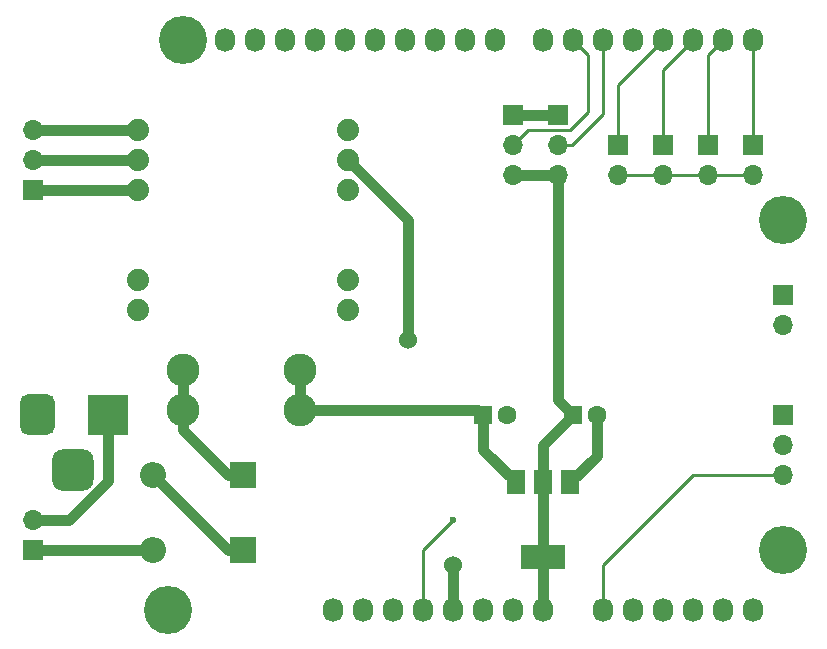
<source format=gbr>
%TF.GenerationSoftware,KiCad,Pcbnew,(5.1.10)-1*%
%TF.CreationDate,2021-10-12T20:12:19-04:00*%
%TF.ProjectId,monkey_arduino_shield,6d6f6e6b-6579-45f6-9172-6475696e6f5f,rev?*%
%TF.SameCoordinates,PX69db1f0PY7882d48*%
%TF.FileFunction,Copper,L1,Top*%
%TF.FilePolarity,Positive*%
%FSLAX46Y46*%
G04 Gerber Fmt 4.6, Leading zero omitted, Abs format (unit mm)*
G04 Created by KiCad (PCBNEW (5.1.10)-1) date 2021-10-12 20:12:19*
%MOMM*%
%LPD*%
G01*
G04 APERTURE LIST*
%TA.AperFunction,ComponentPad*%
%ADD10R,3.500000X3.500000*%
%TD*%
%TA.AperFunction,ComponentPad*%
%ADD11O,2.200000X2.200000*%
%TD*%
%TA.AperFunction,ComponentPad*%
%ADD12R,2.200000X2.200000*%
%TD*%
%TA.AperFunction,ComponentPad*%
%ADD13C,1.879600*%
%TD*%
%TA.AperFunction,ComponentPad*%
%ADD14O,1.700000X1.700000*%
%TD*%
%TA.AperFunction,ComponentPad*%
%ADD15R,1.700000X1.700000*%
%TD*%
%TA.AperFunction,ComponentPad*%
%ADD16C,2.780000*%
%TD*%
%TA.AperFunction,ComponentPad*%
%ADD17C,1.600000*%
%TD*%
%TA.AperFunction,ComponentPad*%
%ADD18R,1.600000X1.600000*%
%TD*%
%TA.AperFunction,SMDPad,CuDef*%
%ADD19R,1.500000X2.000000*%
%TD*%
%TA.AperFunction,SMDPad,CuDef*%
%ADD20R,3.800000X2.000000*%
%TD*%
%TA.AperFunction,ComponentPad*%
%ADD21O,1.727200X2.032000*%
%TD*%
%TA.AperFunction,ComponentPad*%
%ADD22C,4.064000*%
%TD*%
%TA.AperFunction,ViaPad*%
%ADD23C,1.524000*%
%TD*%
%TA.AperFunction,ViaPad*%
%ADD24C,0.600000*%
%TD*%
%TA.AperFunction,Conductor*%
%ADD25C,0.889000*%
%TD*%
%TA.AperFunction,Conductor*%
%ADD26C,0.250000*%
%TD*%
%TA.AperFunction,Conductor*%
%ADD27C,0.254000*%
%TD*%
G04 APERTURE END LIST*
%TO.P,J2,3*%
%TO.N,N/C*%
%TA.AperFunction,ComponentPad*%
G36*
G01*
X4140000Y13475000D02*
X4140000Y15225000D01*
G75*
G02*
X5015000Y16100000I875000J0D01*
G01*
X6765000Y16100000D01*
G75*
G02*
X7640000Y15225000I0J-875000D01*
G01*
X7640000Y13475000D01*
G75*
G02*
X6765000Y12600000I-875000J0D01*
G01*
X5015000Y12600000D01*
G75*
G02*
X4140000Y13475000I0J875000D01*
G01*
G37*
%TD.AperFunction*%
%TO.P,J2,2*%
%TO.N,GND*%
%TA.AperFunction,ComponentPad*%
G36*
G01*
X1390000Y18050000D02*
X1390000Y20050000D01*
G75*
G02*
X2140000Y20800000I750000J0D01*
G01*
X3640000Y20800000D01*
G75*
G02*
X4390000Y20050000I0J-750000D01*
G01*
X4390000Y18050000D01*
G75*
G02*
X3640000Y17300000I-750000J0D01*
G01*
X2140000Y17300000D01*
G75*
G02*
X1390000Y18050000I0J750000D01*
G01*
G37*
%TD.AperFunction*%
D10*
%TO.P,J2,1*%
%TO.N,Net-(J2-Pad1)*%
X8890000Y19050000D03*
%TD*%
D11*
%TO.P,FB1,2*%
%TO.N,Net-(D1-Pad1)*%
X12700000Y13970000D03*
D12*
%TO.P,FB1,1*%
%TO.N,Net-(F1-Pad1)*%
X20320000Y13970000D03*
%TD*%
D11*
%TO.P,D1,2*%
%TO.N,Net-(D1-Pad2)*%
X12700000Y7620000D03*
D12*
%TO.P,D1,1*%
%TO.N,Net-(D1-Pad1)*%
X20320000Y7620000D03*
%TD*%
D13*
%TO.P,U1,1*%
%TO.N,Net-(J1-Pad2)*%
X29210000Y27940000D03*
%TO.P,U1,2*%
%TO.N,GND*%
X29210000Y30480000D03*
%TO.P,U1,4*%
%TO.N,+5V*%
X29210000Y40640000D03*
%TO.P,U1,3*%
%TO.N,GND*%
X29210000Y38100000D03*
%TO.P,U1,5*%
%TO.N,N/C*%
X29210000Y43180000D03*
%TO.P,U1,7*%
%TO.N,GND*%
X11430000Y30480000D03*
%TO.P,U1,6*%
%TO.N,/A1*%
X11430000Y27940000D03*
%TO.P,U1,8*%
%TO.N,Net-(J6-Pad1)*%
X11430000Y38100000D03*
%TO.P,U1,9*%
%TO.N,Net-(J6-Pad2)*%
X11430000Y40640000D03*
%TO.P,U1,10*%
%TO.N,Net-(J6-Pad3)*%
X11430000Y43180000D03*
%TD*%
D14*
%TO.P,J11,2*%
%TO.N,GND*%
X52070000Y39370000D03*
D15*
%TO.P,J11,1*%
%TO.N,/3(\u002A\u002A)*%
X52070000Y41910000D03*
%TD*%
D14*
%TO.P,J10,2*%
%TO.N,GND*%
X55880000Y39370000D03*
D15*
%TO.P,J10,1*%
%TO.N,/2*%
X55880000Y41910000D03*
%TD*%
D14*
%TO.P,J9,2*%
%TO.N,GND*%
X59690000Y39370000D03*
D15*
%TO.P,J9,1*%
%TO.N,/1(Tx)*%
X59690000Y41910000D03*
%TD*%
D14*
%TO.P,J8,2*%
%TO.N,GND*%
X63500000Y39370000D03*
D15*
%TO.P,J8,1*%
%TO.N,/0(Rx)*%
X63500000Y41910000D03*
%TD*%
D14*
%TO.P,J7,2*%
%TO.N,Net-(J2-Pad1)*%
X2540000Y10160000D03*
D15*
%TO.P,J7,1*%
%TO.N,Net-(D1-Pad2)*%
X2540000Y7620000D03*
%TD*%
D14*
%TO.P,J6,3*%
%TO.N,Net-(J6-Pad3)*%
X2540000Y43180000D03*
%TO.P,J6,2*%
%TO.N,Net-(J6-Pad2)*%
X2540000Y40640000D03*
D15*
%TO.P,J6,1*%
%TO.N,Net-(J6-Pad1)*%
X2540000Y38100000D03*
%TD*%
D14*
%TO.P,J5,3*%
%TO.N,/A0*%
X66040000Y13970000D03*
%TO.P,J5,2*%
%TO.N,GND*%
X66040000Y16510000D03*
D15*
%TO.P,J5,1*%
%TO.N,+3V3*%
X66040000Y19050000D03*
%TD*%
D14*
%TO.P,J4,3*%
%TO.N,/Vin*%
X46990000Y39370000D03*
%TO.P,J4,2*%
%TO.N,/5(\u002A\u002A)*%
X46990000Y41910000D03*
D15*
%TO.P,J4,1*%
%TO.N,GND*%
X46990000Y44450000D03*
%TD*%
D14*
%TO.P,J3,3*%
%TO.N,/Vin*%
X43180000Y39370000D03*
%TO.P,J3,2*%
%TO.N,/6(\u002A\u002A)*%
X43180000Y41910000D03*
D15*
%TO.P,J3,1*%
%TO.N,GND*%
X43180000Y44450000D03*
%TD*%
D14*
%TO.P,J1,2*%
%TO.N,Net-(J1-Pad2)*%
X66040000Y26670000D03*
D15*
%TO.P,J1,1*%
%TO.N,GND*%
X66040000Y29210000D03*
%TD*%
D16*
%TO.P,F1,2*%
%TO.N,Net-(C3-Pad1)*%
X25160000Y19460000D03*
X25160000Y22860000D03*
%TO.P,F1,1*%
%TO.N,Net-(F1-Pad1)*%
X15240000Y19460000D03*
X15240000Y22860000D03*
%TD*%
D17*
%TO.P,C4,2*%
%TO.N,GND*%
X50260000Y19050000D03*
D18*
%TO.P,C4,1*%
%TO.N,/Vin*%
X48260000Y19050000D03*
%TD*%
D17*
%TO.P,C3,2*%
%TO.N,GND*%
X42640000Y19050000D03*
D18*
%TO.P,C3,1*%
%TO.N,Net-(C3-Pad1)*%
X40640000Y19050000D03*
%TD*%
D19*
%TO.P,U5,1*%
%TO.N,GND*%
X48020000Y13310000D03*
%TO.P,U5,3*%
%TO.N,Net-(C3-Pad1)*%
X43420000Y13310000D03*
%TO.P,U5,2*%
%TO.N,/Vin*%
X45720000Y13310000D03*
D20*
X45720000Y7010000D03*
%TD*%
D21*
%TO.P,P1,1*%
%TO.N,N/C*%
X27940000Y2540000D03*
%TO.P,P1,2*%
X30480000Y2540000D03*
%TO.P,P1,3*%
X33020000Y2540000D03*
%TO.P,P1,4*%
%TO.N,+3V3*%
X35560000Y2540000D03*
%TO.P,P1,5*%
%TO.N,+5V*%
X38100000Y2540000D03*
%TO.P,P1,6*%
%TO.N,GND*%
X40640000Y2540000D03*
%TO.P,P1,7*%
X43180000Y2540000D03*
%TO.P,P1,8*%
%TO.N,/Vin*%
X45720000Y2540000D03*
%TD*%
%TO.P,P2,1*%
%TO.N,/A0*%
X50800000Y2540000D03*
%TO.P,P2,2*%
%TO.N,/A1*%
X53340000Y2540000D03*
%TO.P,P2,3*%
%TO.N,N/C*%
X55880000Y2540000D03*
%TO.P,P2,4*%
X58420000Y2540000D03*
%TO.P,P2,5*%
X60960000Y2540000D03*
%TO.P,P2,6*%
X63500000Y2540000D03*
%TD*%
%TO.P,P3,1*%
%TO.N,N/C*%
X18796000Y50800000D03*
%TO.P,P3,2*%
X21336000Y50800000D03*
%TO.P,P3,3*%
X23876000Y50800000D03*
%TO.P,P3,4*%
%TO.N,GND*%
X26416000Y50800000D03*
%TO.P,P3,5*%
%TO.N,N/C*%
X28956000Y50800000D03*
%TO.P,P3,6*%
X31496000Y50800000D03*
%TO.P,P3,7*%
X34036000Y50800000D03*
%TO.P,P3,8*%
X36576000Y50800000D03*
%TO.P,P3,9*%
X39116000Y50800000D03*
%TO.P,P3,10*%
X41656000Y50800000D03*
%TD*%
%TO.P,P4,1*%
%TO.N,N/C*%
X45720000Y50800000D03*
%TO.P,P4,2*%
%TO.N,/6(\u002A\u002A)*%
X48260000Y50800000D03*
%TO.P,P4,3*%
%TO.N,/5(\u002A\u002A)*%
X50800000Y50800000D03*
%TO.P,P4,4*%
%TO.N,N/C*%
X53340000Y50800000D03*
%TO.P,P4,5*%
%TO.N,/3(\u002A\u002A)*%
X55880000Y50800000D03*
%TO.P,P4,6*%
%TO.N,/2*%
X58420000Y50800000D03*
%TO.P,P4,7*%
%TO.N,/1(Tx)*%
X60960000Y50800000D03*
%TO.P,P4,8*%
%TO.N,/0(Rx)*%
X63500000Y50800000D03*
%TD*%
D22*
%TO.P,P5,1*%
%TO.N,N/C*%
X13970000Y2540000D03*
%TD*%
%TO.P,P6,1*%
%TO.N,N/C*%
X66040000Y7620000D03*
%TD*%
%TO.P,P7,1*%
%TO.N,N/C*%
X15240000Y50800000D03*
%TD*%
%TO.P,P8,1*%
%TO.N,N/C*%
X66040000Y35560000D03*
%TD*%
D23*
%TO.N,+5V*%
X38100000Y6350000D03*
X34290000Y25400000D03*
D24*
%TO.N,+3V3*%
X38100000Y10160000D03*
%TD*%
D25*
%TO.N,+5V*%
X38100000Y2540000D02*
X38100000Y6350000D01*
X38100000Y6350000D02*
X38100000Y6350000D01*
X34290000Y35560000D02*
X29210000Y40640000D01*
X34290000Y25400000D02*
X34290000Y35560000D01*
D26*
%TO.N,GND*%
X52070000Y39370000D02*
X55880000Y39370000D01*
X55880000Y39370000D02*
X59690000Y39370000D01*
X59690000Y39370000D02*
X63500000Y39370000D01*
D25*
X43180000Y44450000D02*
X46990000Y44450000D01*
X50260000Y15550000D02*
X50260000Y19050000D01*
X48020000Y13310000D02*
X50260000Y15550000D01*
%TO.N,/Vin*%
X45720000Y16510000D02*
X45720000Y13310000D01*
X48260000Y19050000D02*
X45720000Y16510000D01*
X45720000Y7010000D02*
X45720000Y2540000D01*
X45720000Y13310000D02*
X45720000Y7010000D01*
X43180000Y39370000D02*
X46990000Y39370000D01*
X46990000Y20320000D02*
X48260000Y19050000D01*
X46990000Y39370000D02*
X46990000Y20320000D01*
D27*
%TO.N,/A0*%
X58420000Y13970000D02*
X66040000Y13970000D01*
X50800000Y6350000D02*
X58420000Y13970000D01*
X50800000Y2540000D02*
X50800000Y6350000D01*
%TO.N,/6(\u002A\u002A)*%
X43180000Y41910000D02*
X44450000Y43180000D01*
X48008602Y43180000D02*
X49530000Y44701398D01*
X44450000Y43180000D02*
X48008602Y43180000D01*
X49530000Y49530000D02*
X48260000Y50800000D01*
X49530000Y44701398D02*
X49530000Y49530000D01*
%TO.N,/5(\u002A\u002A)*%
X50800000Y44517919D02*
X50800000Y50800000D01*
X46990000Y41910000D02*
X48192081Y41910000D01*
X48192081Y41910000D02*
X50800000Y44517919D01*
D26*
%TO.N,/3(\u002A\u002A)*%
X52070000Y46990000D02*
X55880000Y50800000D01*
X52070000Y41910000D02*
X52070000Y46990000D01*
%TO.N,/2*%
X55880000Y48260000D02*
X58420000Y50800000D01*
X55880000Y41910000D02*
X55880000Y48260000D01*
%TO.N,/1(Tx)*%
X59690000Y49530000D02*
X60960000Y50800000D01*
X59690000Y41910000D02*
X59690000Y49530000D01*
%TO.N,/0(Rx)*%
X63500000Y41910000D02*
X63500000Y50800000D01*
D27*
%TO.N,+3V3*%
X35560000Y2540000D02*
X35560000Y7620000D01*
X35560000Y7620000D02*
X38100000Y10160000D01*
X38100000Y10160000D02*
X38100000Y10160000D01*
D25*
%TO.N,Net-(C3-Pad1)*%
X25160000Y22860000D02*
X25160000Y19460000D01*
X40230000Y19460000D02*
X40640000Y19050000D01*
X25160000Y19460000D02*
X40230000Y19460000D01*
X40640000Y16090000D02*
X43420000Y13310000D01*
X40640000Y19050000D02*
X40640000Y16090000D01*
%TO.N,Net-(D1-Pad2)*%
X2540000Y7620000D02*
X12700000Y7620000D01*
%TO.N,Net-(D1-Pad1)*%
X19050000Y7620000D02*
X12700000Y13970000D01*
X20320000Y7620000D02*
X19050000Y7620000D01*
%TO.N,Net-(F1-Pad1)*%
X20320000Y13970000D02*
X19050000Y13970000D01*
X15240000Y17780000D02*
X15240000Y19460000D01*
X19050000Y13970000D02*
X15240000Y17780000D01*
X15240000Y22860000D02*
X15240000Y19460000D01*
%TO.N,Net-(J2-Pad1)*%
X5598912Y10160000D02*
X2540000Y10160000D01*
X8890000Y13451088D02*
X5598912Y10160000D01*
X8890000Y19050000D02*
X8890000Y13451088D01*
%TO.N,Net-(J6-Pad3)*%
X11430000Y43180000D02*
X2540000Y43180000D01*
%TO.N,Net-(J6-Pad2)*%
X2540000Y40640000D02*
X11430000Y40640000D01*
%TO.N,Net-(J6-Pad1)*%
X11430000Y38100000D02*
X2540000Y38100000D01*
%TD*%
M02*

</source>
